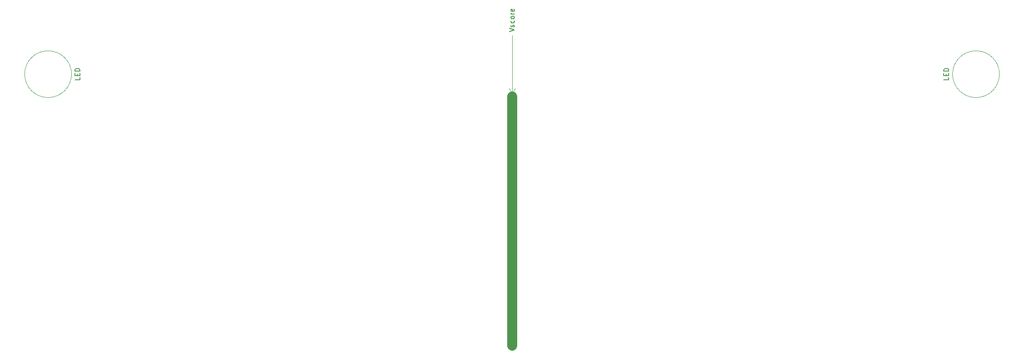
<source format=gbr>
%TF.GenerationSoftware,KiCad,Pcbnew,9.0.2*%
%TF.CreationDate,2025-06-24T00:15:16-06:00*%
%TF.ProjectId,Orcus,4f726375-732e-46b6-9963-61645f706362,rev?*%
%TF.SameCoordinates,Original*%
%TF.FileFunction,AssemblyDrawing,Top*%
%FSLAX46Y46*%
G04 Gerber Fmt 4.6, Leading zero omitted, Abs format (unit mm)*
G04 Created by KiCad (PCBNEW 9.0.2) date 2025-06-24 00:15:16*
%MOMM*%
%LPD*%
G01*
G04 APERTURE LIST*
%ADD10C,0.150000*%
%ADD11C,0.100000*%
%ADD12C,2.000000*%
G04 APERTURE END LIST*
D10*
X147115682Y-29881647D02*
X148115682Y-29548314D01*
X148115682Y-29548314D02*
X147115682Y-29214981D01*
X148068063Y-28929266D02*
X148115682Y-28834028D01*
X148115682Y-28834028D02*
X148115682Y-28643552D01*
X148115682Y-28643552D02*
X148068063Y-28548314D01*
X148068063Y-28548314D02*
X147972824Y-28500695D01*
X147972824Y-28500695D02*
X147925205Y-28500695D01*
X147925205Y-28500695D02*
X147829967Y-28548314D01*
X147829967Y-28548314D02*
X147782348Y-28643552D01*
X147782348Y-28643552D02*
X147782348Y-28786409D01*
X147782348Y-28786409D02*
X147734729Y-28881647D01*
X147734729Y-28881647D02*
X147639491Y-28929266D01*
X147639491Y-28929266D02*
X147591872Y-28929266D01*
X147591872Y-28929266D02*
X147496634Y-28881647D01*
X147496634Y-28881647D02*
X147449015Y-28786409D01*
X147449015Y-28786409D02*
X147449015Y-28643552D01*
X147449015Y-28643552D02*
X147496634Y-28548314D01*
X148068063Y-27643552D02*
X148115682Y-27738790D01*
X148115682Y-27738790D02*
X148115682Y-27929266D01*
X148115682Y-27929266D02*
X148068063Y-28024504D01*
X148068063Y-28024504D02*
X148020443Y-28072123D01*
X148020443Y-28072123D02*
X147925205Y-28119742D01*
X147925205Y-28119742D02*
X147639491Y-28119742D01*
X147639491Y-28119742D02*
X147544253Y-28072123D01*
X147544253Y-28072123D02*
X147496634Y-28024504D01*
X147496634Y-28024504D02*
X147449015Y-27929266D01*
X147449015Y-27929266D02*
X147449015Y-27738790D01*
X147449015Y-27738790D02*
X147496634Y-27643552D01*
X148115682Y-27072123D02*
X148068063Y-27167361D01*
X148068063Y-27167361D02*
X148020443Y-27214980D01*
X148020443Y-27214980D02*
X147925205Y-27262599D01*
X147925205Y-27262599D02*
X147639491Y-27262599D01*
X147639491Y-27262599D02*
X147544253Y-27214980D01*
X147544253Y-27214980D02*
X147496634Y-27167361D01*
X147496634Y-27167361D02*
X147449015Y-27072123D01*
X147449015Y-27072123D02*
X147449015Y-26929266D01*
X147449015Y-26929266D02*
X147496634Y-26834028D01*
X147496634Y-26834028D02*
X147544253Y-26786409D01*
X147544253Y-26786409D02*
X147639491Y-26738790D01*
X147639491Y-26738790D02*
X147925205Y-26738790D01*
X147925205Y-26738790D02*
X148020443Y-26786409D01*
X148020443Y-26786409D02*
X148068063Y-26834028D01*
X148068063Y-26834028D02*
X148115682Y-26929266D01*
X148115682Y-26929266D02*
X148115682Y-27072123D01*
X148115682Y-26310218D02*
X147449015Y-26310218D01*
X147639491Y-26310218D02*
X147544253Y-26262599D01*
X147544253Y-26262599D02*
X147496634Y-26214980D01*
X147496634Y-26214980D02*
X147449015Y-26119742D01*
X147449015Y-26119742D02*
X147449015Y-26024504D01*
X148068063Y-25310218D02*
X148115682Y-25405456D01*
X148115682Y-25405456D02*
X148115682Y-25595932D01*
X148115682Y-25595932D02*
X148068063Y-25691170D01*
X148068063Y-25691170D02*
X147972824Y-25738789D01*
X147972824Y-25738789D02*
X147591872Y-25738789D01*
X147591872Y-25738789D02*
X147496634Y-25691170D01*
X147496634Y-25691170D02*
X147449015Y-25595932D01*
X147449015Y-25595932D02*
X147449015Y-25405456D01*
X147449015Y-25405456D02*
X147496634Y-25310218D01*
X147496634Y-25310218D02*
X147591872Y-25262599D01*
X147591872Y-25262599D02*
X147687110Y-25262599D01*
X147687110Y-25262599D02*
X147782348Y-25738789D01*
D11*
X147660863Y-42563642D02*
X147660863Y-40224505D01*
X147660863Y-42563642D02*
X147074442Y-41437138D01*
X147660863Y-42563642D02*
X148247284Y-41437138D01*
X147660863Y-40224505D02*
X147660863Y-30601886D01*
D12*
X147660863Y-43063642D02*
X147660863Y-93833926D01*
D10*
X59784957Y-39176499D02*
X59784957Y-39652689D01*
X59784957Y-39652689D02*
X58784957Y-39652689D01*
X59261147Y-38843165D02*
X59261147Y-38509832D01*
X59784957Y-38366975D02*
X59784957Y-38843165D01*
X59784957Y-38843165D02*
X58784957Y-38843165D01*
X58784957Y-38843165D02*
X58784957Y-38366975D01*
X59784957Y-37938403D02*
X58784957Y-37938403D01*
X58784957Y-37938403D02*
X58784957Y-37700308D01*
X58784957Y-37700308D02*
X58832576Y-37557451D01*
X58832576Y-37557451D02*
X58927814Y-37462213D01*
X58927814Y-37462213D02*
X59023052Y-37414594D01*
X59023052Y-37414594D02*
X59213528Y-37366975D01*
X59213528Y-37366975D02*
X59356385Y-37366975D01*
X59356385Y-37366975D02*
X59546861Y-37414594D01*
X59546861Y-37414594D02*
X59642099Y-37462213D01*
X59642099Y-37462213D02*
X59737338Y-37557451D01*
X59737338Y-37557451D02*
X59784957Y-37700308D01*
X59784957Y-37700308D02*
X59784957Y-37938403D01*
X236446407Y-39176499D02*
X236446407Y-39652689D01*
X236446407Y-39652689D02*
X235446407Y-39652689D01*
X235922597Y-38843165D02*
X235922597Y-38509832D01*
X236446407Y-38366975D02*
X236446407Y-38843165D01*
X236446407Y-38843165D02*
X235446407Y-38843165D01*
X235446407Y-38843165D02*
X235446407Y-38366975D01*
X236446407Y-37938403D02*
X235446407Y-37938403D01*
X235446407Y-37938403D02*
X235446407Y-37700308D01*
X235446407Y-37700308D02*
X235494026Y-37557451D01*
X235494026Y-37557451D02*
X235589264Y-37462213D01*
X235589264Y-37462213D02*
X235684502Y-37414594D01*
X235684502Y-37414594D02*
X235874978Y-37366975D01*
X235874978Y-37366975D02*
X236017835Y-37366975D01*
X236017835Y-37366975D02*
X236208311Y-37414594D01*
X236208311Y-37414594D02*
X236303549Y-37462213D01*
X236303549Y-37462213D02*
X236398788Y-37557451D01*
X236398788Y-37557451D02*
X236446407Y-37700308D01*
X236446407Y-37700308D02*
X236446407Y-37938403D01*
D11*
%TO.C,J6*%
X58100138Y-38533642D02*
G75*
G02*
X48560138Y-38533642I-4770000J0D01*
G01*
X48560138Y-38533642D02*
G75*
G02*
X58100138Y-38533642I4770000J0D01*
G01*
%TO.C,J5*%
X246761588Y-38533642D02*
G75*
G02*
X237221588Y-38533642I-4770000J0D01*
G01*
X237221588Y-38533642D02*
G75*
G02*
X246761588Y-38533642I4770000J0D01*
G01*
%TD*%
M02*

</source>
